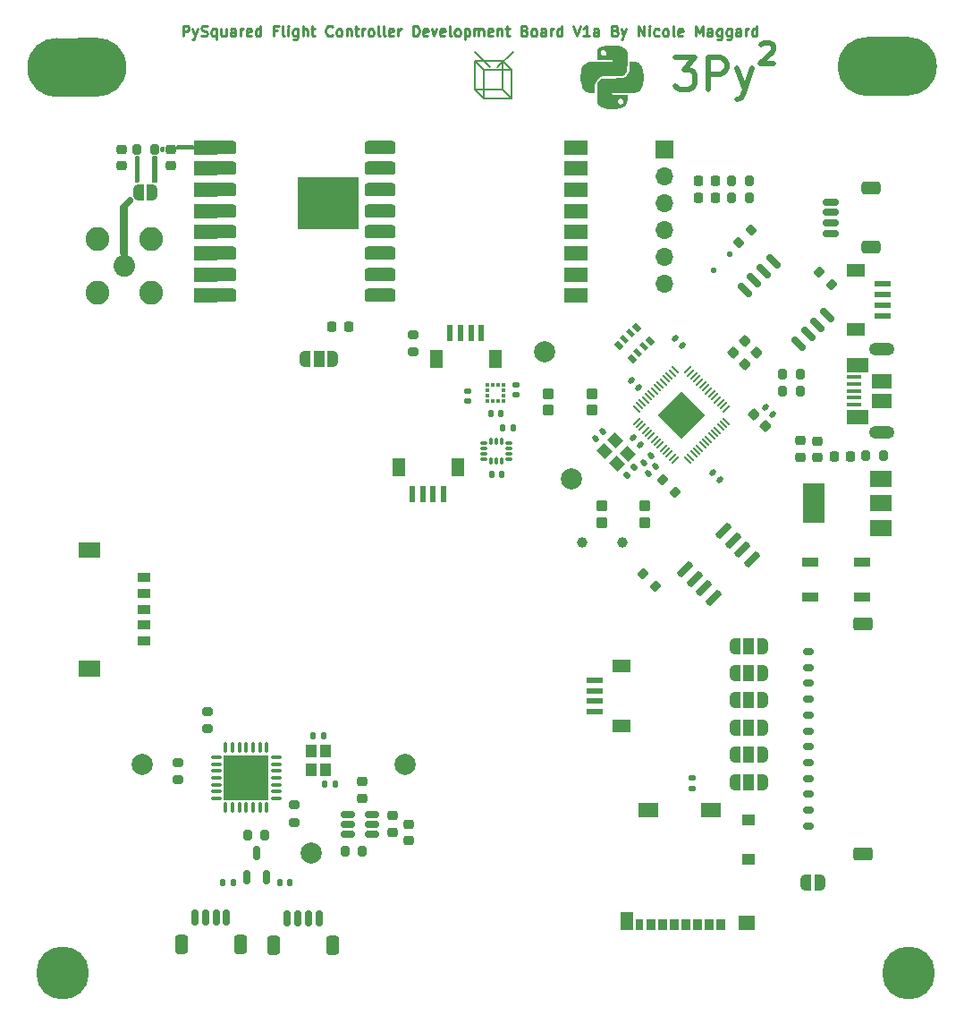
<source format=gbr>
%TF.GenerationSoftware,KiCad,Pcbnew,8.0.2-1*%
%TF.CreationDate,2024-05-29T22:59:52-07:00*%
%TF.ProjectId,flight_computer_dev_board_rfm98pw,666c6967-6874-45f6-936f-6d7075746572,rev?*%
%TF.SameCoordinates,Original*%
%TF.FileFunction,Soldermask,Top*%
%TF.FilePolarity,Negative*%
%FSLAX46Y46*%
G04 Gerber Fmt 4.6, Leading zero omitted, Abs format (unit mm)*
G04 Created by KiCad (PCBNEW 8.0.2-1) date 2024-05-29 22:59:52*
%MOMM*%
%LPD*%
G01*
G04 APERTURE LIST*
G04 Aperture macros list*
%AMRoundRect*
0 Rectangle with rounded corners*
0 $1 Rounding radius*
0 $2 $3 $4 $5 $6 $7 $8 $9 X,Y pos of 4 corners*
0 Add a 4 corners polygon primitive as box body*
4,1,4,$2,$3,$4,$5,$6,$7,$8,$9,$2,$3,0*
0 Add four circle primitives for the rounded corners*
1,1,$1+$1,$2,$3*
1,1,$1+$1,$4,$5*
1,1,$1+$1,$6,$7*
1,1,$1+$1,$8,$9*
0 Add four rect primitives between the rounded corners*
20,1,$1+$1,$2,$3,$4,$5,0*
20,1,$1+$1,$4,$5,$6,$7,0*
20,1,$1+$1,$6,$7,$8,$9,0*
20,1,$1+$1,$8,$9,$2,$3,0*%
%AMRotRect*
0 Rectangle, with rotation*
0 The origin of the aperture is its center*
0 $1 length*
0 $2 width*
0 $3 Rotation angle, in degrees counterclockwise*
0 Add horizontal line*
21,1,$1,$2,0,0,$3*%
%AMFreePoly0*
4,1,19,0.550000,-0.750000,0.000000,-0.750000,0.000000,-0.744911,-0.071157,-0.744911,-0.207708,-0.704816,-0.327430,-0.627875,-0.420627,-0.520320,-0.479746,-0.390866,-0.500000,-0.250000,-0.500000,0.250000,-0.479746,0.390866,-0.420627,0.520320,-0.327430,0.627875,-0.207708,0.704816,-0.071157,0.744911,0.000000,0.744911,0.000000,0.750000,0.550000,0.750000,0.550000,-0.750000,0.550000,-0.750000,
$1*%
%AMFreePoly1*
4,1,19,0.000000,0.744911,0.071157,0.744911,0.207708,0.704816,0.327430,0.627875,0.420627,0.520320,0.479746,0.390866,0.500000,0.250000,0.500000,-0.250000,0.479746,-0.390866,0.420627,-0.520320,0.327430,-0.627875,0.207708,-0.704816,0.071157,-0.744911,0.000000,-0.744911,0.000000,-0.750000,-0.550000,-0.750000,-0.550000,0.750000,0.000000,0.750000,0.000000,0.744911,0.000000,0.744911,
$1*%
%AMFreePoly2*
4,1,19,0.500000,-0.750000,0.000000,-0.750000,0.000000,-0.744911,-0.071157,-0.744911,-0.207708,-0.704816,-0.327430,-0.627875,-0.420627,-0.520320,-0.479746,-0.390866,-0.500000,-0.250000,-0.500000,0.250000,-0.479746,0.390866,-0.420627,0.520320,-0.327430,0.627875,-0.207708,0.704816,-0.071157,0.744911,0.000000,0.744911,0.000000,0.750000,0.500000,0.750000,0.500000,-0.750000,0.500000,-0.750000,
$1*%
%AMFreePoly3*
4,1,19,0.000000,0.744911,0.071157,0.744911,0.207708,0.704816,0.327430,0.627875,0.420627,0.520320,0.479746,0.390866,0.500000,0.250000,0.500000,-0.250000,0.479746,-0.390866,0.420627,-0.520320,0.327430,-0.627875,0.207708,-0.704816,0.071157,-0.744911,0.000000,-0.744911,0.000000,-0.750000,-0.500000,-0.750000,-0.500000,0.750000,0.000000,0.750000,0.000000,0.744911,0.000000,0.744911,
$1*%
G04 Aperture macros list end*
%ADD10C,0.200000*%
%ADD11C,0.150000*%
%ADD12C,0.500000*%
%ADD13C,0.250000*%
%ADD14C,0.000000*%
%ADD15C,0.010000*%
%ADD16FreePoly0,0.000000*%
%ADD17R,1.000000X1.500000*%
%ADD18FreePoly1,0.000000*%
%ADD19RoundRect,0.140000X-0.021213X0.219203X-0.219203X0.021213X0.021213X-0.219203X0.219203X-0.021213X0*%
%ADD20RoundRect,0.225000X0.250000X-0.225000X0.250000X0.225000X-0.250000X0.225000X-0.250000X-0.225000X0*%
%ADD21RoundRect,0.200000X-0.200000X-0.275000X0.200000X-0.275000X0.200000X0.275000X-0.200000X0.275000X0*%
%ADD22RoundRect,0.135000X0.185000X-0.135000X0.185000X0.135000X-0.185000X0.135000X-0.185000X-0.135000X0*%
%ADD23C,2.050000*%
%ADD24C,2.250000*%
%ADD25C,2.000000*%
%ADD26RoundRect,0.225000X-0.250000X0.225000X-0.250000X-0.225000X0.250000X-0.225000X0.250000X0.225000X0*%
%ADD27RoundRect,0.150000X0.150000X0.625000X-0.150000X0.625000X-0.150000X-0.625000X0.150000X-0.625000X0*%
%ADD28RoundRect,0.250000X0.350000X0.650000X-0.350000X0.650000X-0.350000X-0.650000X0.350000X-0.650000X0*%
%ADD29R,2.000000X1.500000*%
%ADD30R,2.000000X3.800000*%
%ADD31R,1.550000X0.600000*%
%ADD32R,1.800000X1.200000*%
%ADD33RoundRect,0.200000X-0.275000X0.200000X-0.275000X-0.200000X0.275000X-0.200000X0.275000X0.200000X0*%
%ADD34RoundRect,0.140000X0.021213X-0.219203X0.219203X-0.021213X-0.021213X0.219203X-0.219203X0.021213X0*%
%ADD35RoundRect,0.218750X0.218750X0.256250X-0.218750X0.256250X-0.218750X-0.256250X0.218750X-0.256250X0*%
%ADD36RotRect,0.800000X0.500000X135.000000*%
%ADD37RotRect,0.800000X0.400000X135.000000*%
%ADD38RoundRect,0.218750X-0.218750X-0.256250X0.218750X-0.256250X0.218750X0.256250X-0.218750X0.256250X0*%
%ADD39RoundRect,0.050800X-0.450000X-0.450000X0.450000X-0.450000X0.450000X0.450000X-0.450000X0.450000X0*%
%ADD40RoundRect,0.140000X-0.140000X-0.170000X0.140000X-0.170000X0.140000X0.170000X-0.140000X0.170000X0*%
%ADD41RoundRect,0.140000X-0.170000X0.140000X-0.170000X-0.140000X0.170000X-0.140000X0.170000X0.140000X0*%
%ADD42RoundRect,0.200000X0.200000X0.275000X-0.200000X0.275000X-0.200000X-0.275000X0.200000X-0.275000X0*%
%ADD43RoundRect,0.225000X0.017678X-0.335876X0.335876X-0.017678X-0.017678X0.335876X-0.335876X0.017678X0*%
%ADD44R,0.600000X1.550000*%
%ADD45R,1.200000X1.800000*%
%ADD46RoundRect,0.135000X-0.035355X0.226274X-0.226274X0.035355X0.035355X-0.226274X0.226274X-0.035355X0*%
%ADD47RotRect,1.150000X1.000000X315.000000*%
%ADD48RoundRect,0.140000X0.219203X0.021213X0.021213X0.219203X-0.219203X-0.021213X-0.021213X-0.219203X0*%
%ADD49RoundRect,0.140000X0.140000X0.170000X-0.140000X0.170000X-0.140000X-0.170000X0.140000X-0.170000X0*%
%ADD50FreePoly2,0.000000*%
%ADD51FreePoly3,0.000000*%
%ADD52R,1.000000X1.150000*%
%ADD53RoundRect,0.150000X-0.512500X-0.150000X0.512500X-0.150000X0.512500X0.150000X-0.512500X0.150000X0*%
%ADD54C,5.000000*%
%ADD55RoundRect,0.150000X0.150000X-0.512500X0.150000X0.512500X-0.150000X0.512500X-0.150000X-0.512500X0*%
%ADD56RoundRect,0.200000X0.335876X0.053033X0.053033X0.335876X-0.335876X-0.053033X-0.053033X-0.335876X0*%
%ADD57RoundRect,0.063500X1.000000X0.650000X-1.000000X0.650000X-1.000000X-0.650000X1.000000X-0.650000X0*%
%ADD58RoundRect,0.063500X2.849999X2.400000X-2.849999X2.400000X-2.849999X-2.400000X2.849999X-2.400000X0*%
%ADD59RoundRect,0.087500X-0.225000X-0.087500X0.225000X-0.087500X0.225000X0.087500X-0.225000X0.087500X0*%
%ADD60RoundRect,0.087500X-0.087500X-0.225000X0.087500X-0.225000X0.087500X0.225000X-0.087500X0.225000X0*%
%ADD61RoundRect,0.225000X-0.335876X-0.017678X-0.017678X-0.335876X0.335876X0.017678X0.017678X0.335876X0*%
%ADD62RoundRect,0.150000X-0.565685X0.353553X0.353553X-0.565685X0.565685X-0.353553X-0.353553X0.565685X0*%
%ADD63RoundRect,0.140000X-0.219203X-0.021213X-0.021213X-0.219203X0.219203X0.021213X0.021213X0.219203X0*%
%ADD64R,1.500000X0.900000*%
%ADD65RoundRect,0.125000X0.000000X-0.176777X0.176777X0.000000X0.000000X0.176777X-0.176777X0.000000X0*%
%ADD66R,0.850000X1.100000*%
%ADD67R,0.750000X1.100000*%
%ADD68R,1.200000X1.000000*%
%ADD69R,1.550000X1.350000*%
%ADD70R,1.900000X1.350000*%
%ADD71R,1.170000X1.800000*%
%ADD72RoundRect,0.150000X0.625000X-0.150000X0.625000X0.150000X-0.625000X0.150000X-0.625000X-0.150000X0*%
%ADD73RoundRect,0.250000X0.650000X-0.350000X0.650000X0.350000X-0.650000X0.350000X-0.650000X-0.350000X0*%
%ADD74RoundRect,0.200000X0.275000X-0.200000X0.275000X0.200000X-0.275000X0.200000X-0.275000X-0.200000X0*%
%ADD75RoundRect,0.050000X-0.309359X0.238649X0.238649X-0.309359X0.309359X-0.238649X-0.238649X0.309359X0*%
%ADD76RoundRect,0.050000X-0.309359X-0.238649X-0.238649X-0.309359X0.309359X0.238649X0.238649X0.309359X0*%
%ADD77RotRect,3.200000X3.200000X315.000000*%
%ADD78RoundRect,0.317500X1.157500X0.317500X-1.157500X0.317500X-1.157500X-0.317500X1.157500X-0.317500X0*%
%ADD79R,0.375000X0.350000*%
%ADD80R,0.350000X0.375000*%
%ADD81RoundRect,0.225000X0.225000X0.250000X-0.225000X0.250000X-0.225000X-0.250000X0.225000X-0.250000X0*%
%ADD82RoundRect,0.075000X-0.437500X-0.075000X0.437500X-0.075000X0.437500X0.075000X-0.437500X0.075000X0*%
%ADD83RoundRect,0.075000X-0.075000X-0.437500X0.075000X-0.437500X0.075000X0.437500X-0.075000X0.437500X0*%
%ADD84R,4.250000X4.250000*%
%ADD85RoundRect,0.150000X0.350000X-0.150000X0.350000X0.150000X-0.350000X0.150000X-0.350000X-0.150000X0*%
%ADD86RoundRect,0.250000X0.650000X-0.375000X0.650000X0.375000X-0.650000X0.375000X-0.650000X-0.375000X0*%
%ADD87RoundRect,0.200000X-0.335876X-0.053033X-0.053033X-0.335876X0.335876X0.053033X0.053033X0.335876X0*%
%ADD88RoundRect,0.150000X0.406586X0.618718X-0.618718X-0.406586X-0.406586X-0.618718X0.618718X0.406586X0*%
%ADD89RoundRect,0.200000X-0.053033X0.335876X-0.335876X0.053033X0.053033X-0.335876X0.335876X-0.053033X0*%
%ADD90R,1.380000X0.450000*%
%ADD91O,2.416000X1.208000*%
%ADD92R,2.100000X1.475000*%
%ADD93R,1.900000X1.375000*%
%ADD94R,1.700000X1.700000*%
%ADD95O,1.700000X1.700000*%
%ADD96C,1.000000*%
G04 APERTURE END LIST*
D10*
X187840000Y-52410000D02*
X186360000Y-50930000D01*
D11*
X153291978Y-52405459D02*
G75*
G02*
X147907162Y-52405459I-2692408J0D01*
G01*
X147907162Y-52405459D02*
G75*
G02*
X153291978Y-52405459I2692408J0D01*
G01*
D10*
X189040000Y-51820000D02*
X186340000Y-51820000D01*
X186340000Y-51820000D02*
X187190000Y-52670000D01*
X186340000Y-54520000D02*
X189040000Y-54520000D01*
X189040000Y-54520000D02*
X189040000Y-51820000D01*
D11*
X146799570Y-55127504D02*
X150599570Y-55134011D01*
D10*
X189040000Y-54520000D02*
X189890000Y-55370000D01*
X186340000Y-54520000D02*
X186340000Y-51820000D01*
D11*
X223543845Y-55035798D02*
X227343845Y-55042305D01*
X149506967Y-52430757D02*
G75*
G02*
X144092173Y-52430757I-2707397J0D01*
G01*
X144092173Y-52430757D02*
G75*
G02*
X149506967Y-52430757I2707397J0D01*
G01*
X230036253Y-52313753D02*
G75*
G02*
X224651437Y-52313753I-2692408J0D01*
G01*
X224651437Y-52313753D02*
G75*
G02*
X230036253Y-52313753I2692408J0D01*
G01*
X227393845Y-49635798D02*
X223593845Y-49642305D01*
X150649570Y-49727504D02*
X146849570Y-49734011D01*
D10*
X189890000Y-55370000D02*
X189890000Y-52670000D01*
X189040000Y-51820000D02*
X189890000Y-52670000D01*
X187190000Y-52670000D02*
X187190000Y-55370000D01*
X187190000Y-55370000D02*
X186340000Y-54520000D01*
X189890000Y-52670000D02*
X187190000Y-52670000D01*
X187190000Y-55370000D02*
X189890000Y-55370000D01*
X188520000Y-52390000D02*
X189990000Y-50920000D01*
D11*
X226251242Y-52339051D02*
G75*
G02*
X220836448Y-52339051I-2707397J0D01*
G01*
X220836448Y-52339051D02*
G75*
G02*
X226251242Y-52339051I2707397J0D01*
G01*
D12*
X213498571Y-50289714D02*
X213593809Y-50194476D01*
X213593809Y-50194476D02*
X213784285Y-50099238D01*
X213784285Y-50099238D02*
X214260476Y-50099238D01*
X214260476Y-50099238D02*
X214450952Y-50194476D01*
X214450952Y-50194476D02*
X214546190Y-50289714D01*
X214546190Y-50289714D02*
X214641428Y-50480190D01*
X214641428Y-50480190D02*
X214641428Y-50670666D01*
X214641428Y-50670666D02*
X214546190Y-50956380D01*
X214546190Y-50956380D02*
X213403333Y-52099238D01*
X213403333Y-52099238D02*
X214641428Y-52099238D01*
X205367143Y-51481857D02*
X207224286Y-51481857D01*
X207224286Y-51481857D02*
X206224286Y-52624714D01*
X206224286Y-52624714D02*
X206652857Y-52624714D01*
X206652857Y-52624714D02*
X206938572Y-52767571D01*
X206938572Y-52767571D02*
X207081429Y-52910428D01*
X207081429Y-52910428D02*
X207224286Y-53196142D01*
X207224286Y-53196142D02*
X207224286Y-53910428D01*
X207224286Y-53910428D02*
X207081429Y-54196142D01*
X207081429Y-54196142D02*
X206938572Y-54339000D01*
X206938572Y-54339000D02*
X206652857Y-54481857D01*
X206652857Y-54481857D02*
X205795714Y-54481857D01*
X205795714Y-54481857D02*
X205510000Y-54339000D01*
X205510000Y-54339000D02*
X205367143Y-54196142D01*
X208510000Y-54481857D02*
X208510000Y-51481857D01*
X208510000Y-51481857D02*
X209652857Y-51481857D01*
X209652857Y-51481857D02*
X209938572Y-51624714D01*
X209938572Y-51624714D02*
X210081429Y-51767571D01*
X210081429Y-51767571D02*
X210224286Y-52053285D01*
X210224286Y-52053285D02*
X210224286Y-52481857D01*
X210224286Y-52481857D02*
X210081429Y-52767571D01*
X210081429Y-52767571D02*
X209938572Y-52910428D01*
X209938572Y-52910428D02*
X209652857Y-53053285D01*
X209652857Y-53053285D02*
X208510000Y-53053285D01*
X211224286Y-52481857D02*
X211938572Y-54481857D01*
X212652857Y-52481857D02*
X211938572Y-54481857D01*
X211938572Y-54481857D02*
X211652857Y-55196142D01*
X211652857Y-55196142D02*
X211510000Y-55339000D01*
X211510000Y-55339000D02*
X211224286Y-55481857D01*
D13*
X158753328Y-49464619D02*
X158753328Y-48464619D01*
X158753328Y-48464619D02*
X159134280Y-48464619D01*
X159134280Y-48464619D02*
X159229518Y-48512238D01*
X159229518Y-48512238D02*
X159277137Y-48559857D01*
X159277137Y-48559857D02*
X159324756Y-48655095D01*
X159324756Y-48655095D02*
X159324756Y-48797952D01*
X159324756Y-48797952D02*
X159277137Y-48893190D01*
X159277137Y-48893190D02*
X159229518Y-48940809D01*
X159229518Y-48940809D02*
X159134280Y-48988428D01*
X159134280Y-48988428D02*
X158753328Y-48988428D01*
X159658090Y-48797952D02*
X159896185Y-49464619D01*
X160134280Y-48797952D02*
X159896185Y-49464619D01*
X159896185Y-49464619D02*
X159800947Y-49702714D01*
X159800947Y-49702714D02*
X159753328Y-49750333D01*
X159753328Y-49750333D02*
X159658090Y-49797952D01*
X160467614Y-49417000D02*
X160610471Y-49464619D01*
X160610471Y-49464619D02*
X160848566Y-49464619D01*
X160848566Y-49464619D02*
X160943804Y-49417000D01*
X160943804Y-49417000D02*
X160991423Y-49369380D01*
X160991423Y-49369380D02*
X161039042Y-49274142D01*
X161039042Y-49274142D02*
X161039042Y-49178904D01*
X161039042Y-49178904D02*
X160991423Y-49083666D01*
X160991423Y-49083666D02*
X160943804Y-49036047D01*
X160943804Y-49036047D02*
X160848566Y-48988428D01*
X160848566Y-48988428D02*
X160658090Y-48940809D01*
X160658090Y-48940809D02*
X160562852Y-48893190D01*
X160562852Y-48893190D02*
X160515233Y-48845571D01*
X160515233Y-48845571D02*
X160467614Y-48750333D01*
X160467614Y-48750333D02*
X160467614Y-48655095D01*
X160467614Y-48655095D02*
X160515233Y-48559857D01*
X160515233Y-48559857D02*
X160562852Y-48512238D01*
X160562852Y-48512238D02*
X160658090Y-48464619D01*
X160658090Y-48464619D02*
X160896185Y-48464619D01*
X160896185Y-48464619D02*
X161039042Y-48512238D01*
X161896185Y-48797952D02*
X161896185Y-49797952D01*
X161896185Y-49417000D02*
X161800947Y-49464619D01*
X161800947Y-49464619D02*
X161610471Y-49464619D01*
X161610471Y-49464619D02*
X161515233Y-49417000D01*
X161515233Y-49417000D02*
X161467614Y-49369380D01*
X161467614Y-49369380D02*
X161419995Y-49274142D01*
X161419995Y-49274142D02*
X161419995Y-48988428D01*
X161419995Y-48988428D02*
X161467614Y-48893190D01*
X161467614Y-48893190D02*
X161515233Y-48845571D01*
X161515233Y-48845571D02*
X161610471Y-48797952D01*
X161610471Y-48797952D02*
X161800947Y-48797952D01*
X161800947Y-48797952D02*
X161896185Y-48845571D01*
X162800947Y-48797952D02*
X162800947Y-49464619D01*
X162372376Y-48797952D02*
X162372376Y-49321761D01*
X162372376Y-49321761D02*
X162419995Y-49417000D01*
X162419995Y-49417000D02*
X162515233Y-49464619D01*
X162515233Y-49464619D02*
X162658090Y-49464619D01*
X162658090Y-49464619D02*
X162753328Y-49417000D01*
X162753328Y-49417000D02*
X162800947Y-49369380D01*
X163705709Y-49464619D02*
X163705709Y-48940809D01*
X163705709Y-48940809D02*
X163658090Y-48845571D01*
X163658090Y-48845571D02*
X163562852Y-48797952D01*
X163562852Y-48797952D02*
X163372376Y-48797952D01*
X163372376Y-48797952D02*
X163277138Y-48845571D01*
X163705709Y-49417000D02*
X163610471Y-49464619D01*
X163610471Y-49464619D02*
X163372376Y-49464619D01*
X163372376Y-49464619D02*
X163277138Y-49417000D01*
X163277138Y-49417000D02*
X163229519Y-49321761D01*
X163229519Y-49321761D02*
X163229519Y-49226523D01*
X163229519Y-49226523D02*
X163277138Y-49131285D01*
X163277138Y-49131285D02*
X163372376Y-49083666D01*
X163372376Y-49083666D02*
X163610471Y-49083666D01*
X163610471Y-49083666D02*
X163705709Y-49036047D01*
X164181900Y-49464619D02*
X164181900Y-48797952D01*
X164181900Y-48988428D02*
X164229519Y-48893190D01*
X164229519Y-48893190D02*
X164277138Y-48845571D01*
X164277138Y-48845571D02*
X164372376Y-48797952D01*
X164372376Y-48797952D02*
X164467614Y-48797952D01*
X165181900Y-49417000D02*
X165086662Y-49464619D01*
X165086662Y-49464619D02*
X164896186Y-49464619D01*
X164896186Y-49464619D02*
X164800948Y-49417000D01*
X164800948Y-49417000D02*
X164753329Y-49321761D01*
X164753329Y-49321761D02*
X164753329Y-48940809D01*
X164753329Y-48940809D02*
X164800948Y-48845571D01*
X164800948Y-48845571D02*
X164896186Y-48797952D01*
X164896186Y-48797952D02*
X165086662Y-48797952D01*
X165086662Y-48797952D02*
X165181900Y-48845571D01*
X165181900Y-48845571D02*
X165229519Y-48940809D01*
X165229519Y-48940809D02*
X165229519Y-49036047D01*
X165229519Y-49036047D02*
X164753329Y-49131285D01*
X166086662Y-49464619D02*
X166086662Y-48464619D01*
X166086662Y-49417000D02*
X165991424Y-49464619D01*
X165991424Y-49464619D02*
X165800948Y-49464619D01*
X165800948Y-49464619D02*
X165705710Y-49417000D01*
X165705710Y-49417000D02*
X165658091Y-49369380D01*
X165658091Y-49369380D02*
X165610472Y-49274142D01*
X165610472Y-49274142D02*
X165610472Y-48988428D01*
X165610472Y-48988428D02*
X165658091Y-48893190D01*
X165658091Y-48893190D02*
X165705710Y-48845571D01*
X165705710Y-48845571D02*
X165800948Y-48797952D01*
X165800948Y-48797952D02*
X165991424Y-48797952D01*
X165991424Y-48797952D02*
X166086662Y-48845571D01*
X167658091Y-48940809D02*
X167324758Y-48940809D01*
X167324758Y-49464619D02*
X167324758Y-48464619D01*
X167324758Y-48464619D02*
X167800948Y-48464619D01*
X168324758Y-49464619D02*
X168229520Y-49417000D01*
X168229520Y-49417000D02*
X168181901Y-49321761D01*
X168181901Y-49321761D02*
X168181901Y-48464619D01*
X168705711Y-49464619D02*
X168705711Y-48797952D01*
X168705711Y-48464619D02*
X168658092Y-48512238D01*
X168658092Y-48512238D02*
X168705711Y-48559857D01*
X168705711Y-48559857D02*
X168753330Y-48512238D01*
X168753330Y-48512238D02*
X168705711Y-48464619D01*
X168705711Y-48464619D02*
X168705711Y-48559857D01*
X169610472Y-48797952D02*
X169610472Y-49607476D01*
X169610472Y-49607476D02*
X169562853Y-49702714D01*
X169562853Y-49702714D02*
X169515234Y-49750333D01*
X169515234Y-49750333D02*
X169419996Y-49797952D01*
X169419996Y-49797952D02*
X169277139Y-49797952D01*
X169277139Y-49797952D02*
X169181901Y-49750333D01*
X169610472Y-49417000D02*
X169515234Y-49464619D01*
X169515234Y-49464619D02*
X169324758Y-49464619D01*
X169324758Y-49464619D02*
X169229520Y-49417000D01*
X169229520Y-49417000D02*
X169181901Y-49369380D01*
X169181901Y-49369380D02*
X169134282Y-49274142D01*
X169134282Y-49274142D02*
X169134282Y-48988428D01*
X169134282Y-48988428D02*
X169181901Y-48893190D01*
X169181901Y-48893190D02*
X169229520Y-48845571D01*
X169229520Y-48845571D02*
X169324758Y-48797952D01*
X169324758Y-48797952D02*
X169515234Y-48797952D01*
X169515234Y-48797952D02*
X169610472Y-48845571D01*
X170086663Y-49464619D02*
X170086663Y-48464619D01*
X170515234Y-49464619D02*
X170515234Y-48940809D01*
X170515234Y-48940809D02*
X170467615Y-48845571D01*
X170467615Y-48845571D02*
X170372377Y-48797952D01*
X170372377Y-48797952D02*
X170229520Y-48797952D01*
X170229520Y-48797952D02*
X170134282Y-48845571D01*
X170134282Y-48845571D02*
X170086663Y-48893190D01*
X170848568Y-48797952D02*
X171229520Y-48797952D01*
X170991425Y-48464619D02*
X170991425Y-49321761D01*
X170991425Y-49321761D02*
X171039044Y-49417000D01*
X171039044Y-49417000D02*
X171134282Y-49464619D01*
X171134282Y-49464619D02*
X171229520Y-49464619D01*
X172896187Y-49369380D02*
X172848568Y-49417000D01*
X172848568Y-49417000D02*
X172705711Y-49464619D01*
X172705711Y-49464619D02*
X172610473Y-49464619D01*
X172610473Y-49464619D02*
X172467616Y-49417000D01*
X172467616Y-49417000D02*
X172372378Y-49321761D01*
X172372378Y-49321761D02*
X172324759Y-49226523D01*
X172324759Y-49226523D02*
X172277140Y-49036047D01*
X172277140Y-49036047D02*
X172277140Y-48893190D01*
X172277140Y-48893190D02*
X172324759Y-48702714D01*
X172324759Y-48702714D02*
X172372378Y-48607476D01*
X172372378Y-48607476D02*
X172467616Y-48512238D01*
X172467616Y-48512238D02*
X172610473Y-48464619D01*
X172610473Y-48464619D02*
X172705711Y-48464619D01*
X172705711Y-48464619D02*
X172848568Y-48512238D01*
X172848568Y-48512238D02*
X172896187Y-48559857D01*
X173467616Y-49464619D02*
X173372378Y-49417000D01*
X173372378Y-49417000D02*
X173324759Y-49369380D01*
X173324759Y-49369380D02*
X173277140Y-49274142D01*
X173277140Y-49274142D02*
X173277140Y-48988428D01*
X173277140Y-48988428D02*
X173324759Y-48893190D01*
X173324759Y-48893190D02*
X173372378Y-48845571D01*
X173372378Y-48845571D02*
X173467616Y-48797952D01*
X173467616Y-48797952D02*
X173610473Y-48797952D01*
X173610473Y-48797952D02*
X173705711Y-48845571D01*
X173705711Y-48845571D02*
X173753330Y-48893190D01*
X173753330Y-48893190D02*
X173800949Y-48988428D01*
X173800949Y-48988428D02*
X173800949Y-49274142D01*
X173800949Y-49274142D02*
X173753330Y-49369380D01*
X173753330Y-49369380D02*
X173705711Y-49417000D01*
X173705711Y-49417000D02*
X173610473Y-49464619D01*
X173610473Y-49464619D02*
X173467616Y-49464619D01*
X174229521Y-48797952D02*
X174229521Y-49464619D01*
X174229521Y-48893190D02*
X174277140Y-48845571D01*
X174277140Y-48845571D02*
X174372378Y-48797952D01*
X174372378Y-48797952D02*
X174515235Y-48797952D01*
X174515235Y-48797952D02*
X174610473Y-48845571D01*
X174610473Y-48845571D02*
X174658092Y-48940809D01*
X174658092Y-48940809D02*
X174658092Y-49464619D01*
X174991426Y-48797952D02*
X175372378Y-48797952D01*
X175134283Y-48464619D02*
X175134283Y-49321761D01*
X175134283Y-49321761D02*
X175181902Y-49417000D01*
X175181902Y-49417000D02*
X175277140Y-49464619D01*
X175277140Y-49464619D02*
X175372378Y-49464619D01*
X175705712Y-49464619D02*
X175705712Y-48797952D01*
X175705712Y-48988428D02*
X175753331Y-48893190D01*
X175753331Y-48893190D02*
X175800950Y-48845571D01*
X175800950Y-48845571D02*
X175896188Y-48797952D01*
X175896188Y-48797952D02*
X175991426Y-48797952D01*
X176467617Y-49464619D02*
X176372379Y-49417000D01*
X176372379Y-49417000D02*
X176324760Y-49369380D01*
X176324760Y-49369380D02*
X176277141Y-49274142D01*
X176277141Y-49274142D02*
X176277141Y-48988428D01*
X176277141Y-48988428D02*
X176324760Y-48893190D01*
X176324760Y-48893190D02*
X176372379Y-48845571D01*
X176372379Y-48845571D02*
X176467617Y-48797952D01*
X176467617Y-48797952D02*
X176610474Y-48797952D01*
X176610474Y-48797952D02*
X176705712Y-48845571D01*
X176705712Y-48845571D02*
X176753331Y-48893190D01*
X176753331Y-48893190D02*
X176800950Y-48988428D01*
X176800950Y-48988428D02*
X176800950Y-49274142D01*
X176800950Y-49274142D02*
X176753331Y-49369380D01*
X176753331Y-49369380D02*
X176705712Y-49417000D01*
X176705712Y-49417000D02*
X176610474Y-49464619D01*
X176610474Y-49464619D02*
X176467617Y-49464619D01*
X177372379Y-49464619D02*
X177277141Y-49417000D01*
X177277141Y-49417000D02*
X177229522Y-49321761D01*
X177229522Y-49321761D02*
X177229522Y-48464619D01*
X177896189Y-49464619D02*
X177800951Y-49417000D01*
X177800951Y-49417000D02*
X177753332Y-49321761D01*
X177753332Y-49321761D02*
X177753332Y-48464619D01*
X178658094Y-49417000D02*
X178562856Y-49464619D01*
X178562856Y-49464619D02*
X178372380Y-49464619D01*
X178372380Y-49464619D02*
X178277142Y-49417000D01*
X178277142Y-49417000D02*
X178229523Y-49321761D01*
X178229523Y-49321761D02*
X178229523Y-48940809D01*
X178229523Y-48940809D02*
X178277142Y-48845571D01*
X178277142Y-48845571D02*
X178372380Y-48797952D01*
X178372380Y-48797952D02*
X178562856Y-48797952D01*
X178562856Y-48797952D02*
X178658094Y-48845571D01*
X178658094Y-48845571D02*
X178705713Y-48940809D01*
X178705713Y-48940809D02*
X178705713Y-49036047D01*
X178705713Y-49036047D02*
X178229523Y-49131285D01*
X179134285Y-49464619D02*
X179134285Y-48797952D01*
X179134285Y-48988428D02*
X179181904Y-48893190D01*
X179181904Y-48893190D02*
X179229523Y-48845571D01*
X179229523Y-48845571D02*
X179324761Y-48797952D01*
X179324761Y-48797952D02*
X179419999Y-48797952D01*
X180515238Y-49464619D02*
X180515238Y-48464619D01*
X180515238Y-48464619D02*
X180753333Y-48464619D01*
X180753333Y-48464619D02*
X180896190Y-48512238D01*
X180896190Y-48512238D02*
X180991428Y-48607476D01*
X180991428Y-48607476D02*
X181039047Y-48702714D01*
X181039047Y-48702714D02*
X181086666Y-48893190D01*
X181086666Y-48893190D02*
X181086666Y-49036047D01*
X181086666Y-49036047D02*
X181039047Y-49226523D01*
X181039047Y-49226523D02*
X180991428Y-49321761D01*
X180991428Y-49321761D02*
X180896190Y-49417000D01*
X180896190Y-49417000D02*
X180753333Y-49464619D01*
X180753333Y-49464619D02*
X180515238Y-49464619D01*
X181896190Y-49417000D02*
X181800952Y-49464619D01*
X181800952Y-49464619D02*
X181610476Y-49464619D01*
X181610476Y-49464619D02*
X181515238Y-49417000D01*
X181515238Y-49417000D02*
X181467619Y-49321761D01*
X181467619Y-49321761D02*
X181467619Y-48940809D01*
X181467619Y-48940809D02*
X181515238Y-48845571D01*
X181515238Y-48845571D02*
X181610476Y-48797952D01*
X181610476Y-48797952D02*
X181800952Y-48797952D01*
X181800952Y-48797952D02*
X181896190Y-48845571D01*
X181896190Y-48845571D02*
X181943809Y-48940809D01*
X181943809Y-48940809D02*
X181943809Y-49036047D01*
X181943809Y-49036047D02*
X181467619Y-49131285D01*
X182277143Y-48797952D02*
X182515238Y-49464619D01*
X182515238Y-49464619D02*
X182753333Y-48797952D01*
X183515238Y-49417000D02*
X183420000Y-49464619D01*
X183420000Y-49464619D02*
X183229524Y-49464619D01*
X183229524Y-49464619D02*
X183134286Y-49417000D01*
X183134286Y-49417000D02*
X183086667Y-49321761D01*
X183086667Y-49321761D02*
X183086667Y-48940809D01*
X183086667Y-48940809D02*
X183134286Y-48845571D01*
X183134286Y-48845571D02*
X183229524Y-48797952D01*
X183229524Y-48797952D02*
X183420000Y-48797952D01*
X183420000Y-48797952D02*
X183515238Y-48845571D01*
X183515238Y-48845571D02*
X183562857Y-48940809D01*
X183562857Y-48940809D02*
X183562857Y-49036047D01*
X183562857Y-49036047D02*
X183086667Y-49131285D01*
X184134286Y-49464619D02*
X184039048Y-49417000D01*
X184039048Y-49417000D02*
X183991429Y-49321761D01*
X183991429Y-49321761D02*
X183991429Y-48464619D01*
X184658096Y-49464619D02*
X184562858Y-49417000D01*
X184562858Y-49417000D02*
X184515239Y-49369380D01*
X184515239Y-49369380D02*
X184467620Y-49274142D01*
X184467620Y-49274142D02*
X184467620Y-48988428D01*
X184467620Y-48988428D02*
X184515239Y-48893190D01*
X184515239Y-48893190D02*
X184562858Y-48845571D01*
X184562858Y-48845571D02*
X184658096Y-48797952D01*
X184658096Y-48797952D02*
X184800953Y-48797952D01*
X184800953Y-48797952D02*
X184896191Y-48845571D01*
X184896191Y-48845571D02*
X184943810Y-48893190D01*
X184943810Y-48893190D02*
X184991429Y-48988428D01*
X184991429Y-48988428D02*
X184991429Y-49274142D01*
X184991429Y-49274142D02*
X184943810Y-49369380D01*
X184943810Y-49369380D02*
X184896191Y-49417000D01*
X184896191Y-49417000D02*
X184800953Y-49464619D01*
X184800953Y-49464619D02*
X184658096Y-49464619D01*
X185420001Y-48797952D02*
X185420001Y-49797952D01*
X185420001Y-48845571D02*
X185515239Y-48797952D01*
X185515239Y-48797952D02*
X185705715Y-48797952D01*
X185705715Y-48797952D02*
X185800953Y-48845571D01*
X185800953Y-48845571D02*
X185848572Y-48893190D01*
X185848572Y-48893190D02*
X185896191Y-48988428D01*
X185896191Y-48988428D02*
X185896191Y-49274142D01*
X185896191Y-49274142D02*
X185848572Y-49369380D01*
X185848572Y-49369380D02*
X185800953Y-49417000D01*
X185800953Y-49417000D02*
X185705715Y-49464619D01*
X185705715Y-49464619D02*
X185515239Y-49464619D01*
X185515239Y-49464619D02*
X185420001Y-49417000D01*
X186324763Y-49464619D02*
X186324763Y-48797952D01*
X186324763Y-48893190D02*
X186372382Y-48845571D01*
X186372382Y-48845571D02*
X186467620Y-48797952D01*
X186467620Y-48797952D02*
X186610477Y-48797952D01*
X186610477Y-48797952D02*
X186705715Y-48845571D01*
X186705715Y-48845571D02*
X186753334Y-48940809D01*
X186753334Y-48940809D02*
X186753334Y-49464619D01*
X186753334Y-48940809D02*
X186800953Y-48845571D01*
X186800953Y-48845571D02*
X186896191Y-48797952D01*
X186896191Y-48797952D02*
X187039048Y-48797952D01*
X187039048Y-48797952D02*
X187134287Y-48845571D01*
X187134287Y-48845571D02*
X187181906Y-48940809D01*
X187181906Y-48940809D02*
X187181906Y-49464619D01*
X188039048Y-49417000D02*
X187943810Y-49464619D01*
X187943810Y-49464619D02*
X187753334Y-49464619D01*
X187753334Y-49464619D02*
X187658096Y-49417000D01*
X187658096Y-49417000D02*
X187610477Y-49321761D01*
X187610477Y-49321761D02*
X187610477Y-48940809D01*
X187610477Y-48940809D02*
X187658096Y-48845571D01*
X187658096Y-48845571D02*
X187753334Y-48797952D01*
X187753334Y-48797952D02*
X187943810Y-48797952D01*
X187943810Y-48797952D02*
X188039048Y-48845571D01*
X188039048Y-48845571D02*
X188086667Y-48940809D01*
X188086667Y-48940809D02*
X188086667Y-49036047D01*
X188086667Y-49036047D02*
X187610477Y-49131285D01*
X188515239Y-48797952D02*
X188515239Y-49464619D01*
X188515239Y-48893190D02*
X188562858Y-48845571D01*
X188562858Y-48845571D02*
X188658096Y-48797952D01*
X188658096Y-48797952D02*
X188800953Y-48797952D01*
X188800953Y-48797952D02*
X188896191Y-48845571D01*
X188896191Y-48845571D02*
X188943810Y-48940809D01*
X188943810Y-48940809D02*
X188943810Y-49464619D01*
X189277144Y-48797952D02*
X189658096Y-48797952D01*
X189420001Y-48464619D02*
X189420001Y-49321761D01*
X189420001Y-49321761D02*
X189467620Y-49417000D01*
X189467620Y-49417000D02*
X189562858Y-49464619D01*
X189562858Y-49464619D02*
X189658096Y-49464619D01*
X191086668Y-48940809D02*
X191229525Y-48988428D01*
X191229525Y-48988428D02*
X191277144Y-49036047D01*
X191277144Y-49036047D02*
X191324763Y-49131285D01*
X191324763Y-49131285D02*
X191324763Y-49274142D01*
X191324763Y-49274142D02*
X191277144Y-49369380D01*
X191277144Y-49369380D02*
X191229525Y-49417000D01*
X191229525Y-49417000D02*
X191134287Y-49464619D01*
X191134287Y-49464619D02*
X190753335Y-49464619D01*
X190753335Y-49464619D02*
X190753335Y-48464619D01*
X190753335Y-48464619D02*
X191086668Y-48464619D01*
X191086668Y-48464619D02*
X191181906Y-48512238D01*
X191181906Y-48512238D02*
X191229525Y-48559857D01*
X191229525Y-48559857D02*
X191277144Y-48655095D01*
X191277144Y-48655095D02*
X191277144Y-48750333D01*
X191277144Y-48750333D02*
X191229525Y-48845571D01*
X191229525Y-48845571D02*
X191181906Y-48893190D01*
X191181906Y-48893190D02*
X191086668Y-48940809D01*
X191086668Y-48940809D02*
X190753335Y-48940809D01*
X191896192Y-49464619D02*
X191800954Y-49417000D01*
X191800954Y-49417000D02*
X191753335Y-49369380D01*
X191753335Y-49369380D02*
X191705716Y-49274142D01*
X191705716Y-49274142D02*
X191705716Y-48988428D01*
X191705716Y-48988428D02*
X191753335Y-48893190D01*
X191753335Y-48893190D02*
X191800954Y-48845571D01*
X191800954Y-48845571D02*
X191896192Y-48797952D01*
X191896192Y-48797952D02*
X192039049Y-48797952D01*
X192039049Y-48797952D02*
X192134287Y-48845571D01*
X192134287Y-48845571D02*
X192181906Y-48893190D01*
X192181906Y-48893190D02*
X192229525Y-48988428D01*
X192229525Y-48988428D02*
X192229525Y-49274142D01*
X192229525Y-49274142D02*
X192181906Y-49369380D01*
X192181906Y-49369380D02*
X192134287Y-49417000D01*
X192134287Y-49417000D02*
X192039049Y-49464619D01*
X192039049Y-49464619D02*
X191896192Y-49464619D01*
X193086668Y-49464619D02*
X193086668Y-48940809D01*
X193086668Y-48940809D02*
X193039049Y-48845571D01*
X193039049Y-48845571D02*
X192943811Y-48797952D01*
X192943811Y-48797952D02*
X192753335Y-48797952D01*
X192753335Y-48797952D02*
X192658097Y-48845571D01*
X193086668Y-49417000D02*
X192991430Y-49464619D01*
X192991430Y-49464619D02*
X192753335Y-49464619D01*
X192753335Y-49464619D02*
X192658097Y-49417000D01*
X192658097Y-49417000D02*
X192610478Y-49321761D01*
X192610478Y-49321761D02*
X192610478Y-49226523D01*
X192610478Y-49226523D02*
X192658097Y-49131285D01*
X192658097Y-49131285D02*
X192753335Y-49083666D01*
X192753335Y-49083666D02*
X192991430Y-49083666D01*
X192991430Y-49083666D02*
X193086668Y-49036047D01*
X193562859Y-49464619D02*
X193562859Y-48797952D01*
X193562859Y-48988428D02*
X193610478Y-48893190D01*
X193610478Y-48893190D02*
X193658097Y-48845571D01*
X193658097Y-48845571D02*
X193753335Y-48797952D01*
X193753335Y-48797952D02*
X193848573Y-48797952D01*
X194610478Y-49464619D02*
X194610478Y-48464619D01*
X194610478Y-49417000D02*
X194515240Y-49464619D01*
X194515240Y-49464619D02*
X194324764Y-49464619D01*
X194324764Y-49464619D02*
X194229526Y-49417000D01*
X194229526Y-49417000D02*
X194181907Y-49369380D01*
X194181907Y-49369380D02*
X194134288Y-49274142D01*
X194134288Y-49274142D02*
X194134288Y-48988428D01*
X194134288Y-48988428D02*
X194181907Y-48893190D01*
X194181907Y-48893190D02*
X194229526Y-48845571D01*
X194229526Y-48845571D02*
X194324764Y-48797952D01*
X194324764Y-48797952D02*
X194515240Y-48797952D01*
X194515240Y-48797952D02*
X194610478Y-48845571D01*
X195705717Y-48464619D02*
X196039050Y-49464619D01*
X196039050Y-49464619D02*
X196372383Y-48464619D01*
X197229526Y-49464619D02*
X196658098Y-49464619D01*
X196943812Y-49464619D02*
X196943812Y-48464619D01*
X196943812Y-48464619D02*
X196848574Y-48607476D01*
X196848574Y-48607476D02*
X196753336Y-48702714D01*
X196753336Y-48702714D02*
X196658098Y-48750333D01*
X198086669Y-49464619D02*
X198086669Y-48940809D01*
X198086669Y-48940809D02*
X198039050Y-48845571D01*
X198039050Y-48845571D02*
X197943812Y-48797952D01*
X197943812Y-48797952D02*
X197753336Y-48797952D01*
X197753336Y-48797952D02*
X197658098Y-48845571D01*
X198086669Y-49417000D02*
X197991431Y-49464619D01*
X197991431Y-49464619D02*
X197753336Y-49464619D01*
X197753336Y-49464619D02*
X197658098Y-49417000D01*
X197658098Y-49417000D02*
X197610479Y-49321761D01*
X197610479Y-49321761D02*
X197610479Y-49226523D01*
X197610479Y-49226523D02*
X197658098Y-49131285D01*
X197658098Y-49131285D02*
X197753336Y-49083666D01*
X197753336Y-49083666D02*
X197991431Y-49083666D01*
X197991431Y-49083666D02*
X198086669Y-49036047D01*
X199658098Y-48940809D02*
X199800955Y-48988428D01*
X199800955Y-48988428D02*
X199848574Y-49036047D01*
X199848574Y-49036047D02*
X199896193Y-49131285D01*
X199896193Y-49131285D02*
X199896193Y-49274142D01*
X199896193Y-49274142D02*
X199848574Y-49369380D01*
X199848574Y-49369380D02*
X199800955Y-49417000D01*
X199800955Y-49417000D02*
X199705717Y-49464619D01*
X199705717Y-49464619D02*
X199324765Y-49464619D01*
X199324765Y-49464619D02*
X199324765Y-48464619D01*
X199324765Y-48464619D02*
X199658098Y-48464619D01*
X199658098Y-48464619D02*
X199753336Y-48512238D01*
X199753336Y-48512238D02*
X199800955Y-48559857D01*
X199800955Y-48559857D02*
X199848574Y-48655095D01*
X199848574Y-48655095D02*
X199848574Y-48750333D01*
X199848574Y-48750333D02*
X199800955Y-48845571D01*
X199800955Y-48845571D02*
X199753336Y-48893190D01*
X199753336Y-48893190D02*
X199658098Y-48940809D01*
X199658098Y-48940809D02*
X199324765Y-48940809D01*
X200229527Y-48797952D02*
X200467622Y-49464619D01*
X200705717Y-48797952D02*
X200467622Y-49464619D01*
X200467622Y-49464619D02*
X200372384Y-49702714D01*
X200372384Y-49702714D02*
X200324765Y-49750333D01*
X200324765Y-49750333D02*
X200229527Y-49797952D01*
X201848575Y-49464619D02*
X201848575Y-48464619D01*
X201848575Y-48464619D02*
X202420003Y-49464619D01*
X202420003Y-49464619D02*
X202420003Y-48464619D01*
X202896194Y-49464619D02*
X202896194Y-48797952D01*
X202896194Y-48464619D02*
X202848575Y-48512238D01*
X202848575Y-48512238D02*
X202896194Y-48559857D01*
X202896194Y-48559857D02*
X202943813Y-48512238D01*
X202943813Y-48512238D02*
X202896194Y-48464619D01*
X202896194Y-48464619D02*
X202896194Y-48559857D01*
X203800955Y-49417000D02*
X203705717Y-49464619D01*
X203705717Y-49464619D02*
X203515241Y-49464619D01*
X203515241Y-49464619D02*
X203420003Y-49417000D01*
X203420003Y-49417000D02*
X203372384Y-49369380D01*
X203372384Y-49369380D02*
X203324765Y-49274142D01*
X203324765Y-49274142D02*
X203324765Y-48988428D01*
X203324765Y-48988428D02*
X203372384Y-48893190D01*
X203372384Y-48893190D02*
X203420003Y-48845571D01*
X203420003Y-48845571D02*
X203515241Y-48797952D01*
X203515241Y-48797952D02*
X203705717Y-48797952D01*
X203705717Y-48797952D02*
X203800955Y-48845571D01*
X204372384Y-49464619D02*
X204277146Y-49417000D01*
X204277146Y-49417000D02*
X204229527Y-49369380D01*
X204229527Y-49369380D02*
X204181908Y-49274142D01*
X204181908Y-49274142D02*
X204181908Y-48988428D01*
X204181908Y-48988428D02*
X204229527Y-48893190D01*
X204229527Y-48893190D02*
X204277146Y-48845571D01*
X204277146Y-48845571D02*
X204372384Y-48797952D01*
X204372384Y-48797952D02*
X204515241Y-48797952D01*
X204515241Y-48797952D02*
X204610479Y-48845571D01*
X204610479Y-48845571D02*
X204658098Y-48893190D01*
X204658098Y-48893190D02*
X204705717Y-48988428D01*
X204705717Y-48988428D02*
X204705717Y-49274142D01*
X204705717Y-49274142D02*
X204658098Y-49369380D01*
X204658098Y-49369380D02*
X204610479Y-49417000D01*
X204610479Y-49417000D02*
X204515241Y-49464619D01*
X204515241Y-49464619D02*
X204372384Y-49464619D01*
X205277146Y-49464619D02*
X205181908Y-49417000D01*
X205181908Y-49417000D02*
X205134289Y-49321761D01*
X205134289Y-49321761D02*
X205134289Y-48464619D01*
X206039051Y-49417000D02*
X205943813Y-49464619D01*
X205943813Y-49464619D02*
X205753337Y-49464619D01*
X205753337Y-49464619D02*
X205658099Y-49417000D01*
X205658099Y-49417000D02*
X205610480Y-49321761D01*
X205610480Y-49321761D02*
X205610480Y-48940809D01*
X205610480Y-48940809D02*
X205658099Y-48845571D01*
X205658099Y-48845571D02*
X205753337Y-48797952D01*
X205753337Y-48797952D02*
X205943813Y-48797952D01*
X205943813Y-48797952D02*
X206039051Y-48845571D01*
X206039051Y-48845571D02*
X206086670Y-48940809D01*
X206086670Y-48940809D02*
X206086670Y-49036047D01*
X206086670Y-49036047D02*
X205610480Y-49131285D01*
X207277147Y-49464619D02*
X207277147Y-48464619D01*
X207277147Y-48464619D02*
X207610480Y-49178904D01*
X207610480Y-49178904D02*
X207943813Y-48464619D01*
X207943813Y-48464619D02*
X207943813Y-49464619D01*
X208848575Y-49464619D02*
X208848575Y-48940809D01*
X208848575Y-48940809D02*
X208800956Y-48845571D01*
X208800956Y-48845571D02*
X208705718Y-48797952D01*
X208705718Y-48797952D02*
X208515242Y-48797952D01*
X208515242Y-48797952D02*
X208420004Y-48845571D01*
X208848575Y-49417000D02*
X208753337Y-49464619D01*
X208753337Y-49464619D02*
X208515242Y-49464619D01*
X208515242Y-49464619D02*
X208420004Y-49417000D01*
X208420004Y-49417000D02*
X208372385Y-49321761D01*
X208372385Y-49321761D02*
X208372385Y-49226523D01*
X208372385Y-49226523D02*
X208420004Y-49131285D01*
X208420004Y-49131285D02*
X208515242Y-49083666D01*
X208515242Y-49083666D02*
X208753337Y-49083666D01*
X208753337Y-49083666D02*
X208848575Y-49036047D01*
X209753337Y-48797952D02*
X209753337Y-49607476D01*
X209753337Y-49607476D02*
X209705718Y-49702714D01*
X209705718Y-49702714D02*
X209658099Y-49750333D01*
X209658099Y-49750333D02*
X209562861Y-49797952D01*
X209562861Y-49797952D02*
X209420004Y-49797952D01*
X209420004Y-49797952D02*
X209324766Y-49750333D01*
X209753337Y-49417000D02*
X209658099Y-49464619D01*
X209658099Y-49464619D02*
X209467623Y-49464619D01*
X209467623Y-49464619D02*
X209372385Y-49417000D01*
X209372385Y-49417000D02*
X209324766Y-49369380D01*
X209324766Y-49369380D02*
X209277147Y-49274142D01*
X209277147Y-49274142D02*
X209277147Y-48988428D01*
X209277147Y-48988428D02*
X209324766Y-48893190D01*
X209324766Y-48893190D02*
X209372385Y-48845571D01*
X209372385Y-48845571D02*
X209467623Y-48797952D01*
X209467623Y-48797952D02*
X209658099Y-48797952D01*
X209658099Y-48797952D02*
X209753337Y-48845571D01*
X210658099Y-48797952D02*
X210658099Y-49607476D01*
X210658099Y-49607476D02*
X210610480Y-49702714D01*
X210610480Y-49702714D02*
X210562861Y-49750333D01*
X210562861Y-49750333D02*
X210467623Y-49797952D01*
X210467623Y-49797952D02*
X210324766Y-49797952D01*
X210324766Y-49797952D02*
X210229528Y-49750333D01*
X210658099Y-49417000D02*
X210562861Y-49464619D01*
X210562861Y-49464619D02*
X210372385Y-49464619D01*
X210372385Y-49464619D02*
X210277147Y-49417000D01*
X210277147Y-49417000D02*
X210229528Y-49369380D01*
X210229528Y-49369380D02*
X210181909Y-49274142D01*
X210181909Y-49274142D02*
X210181909Y-48988428D01*
X210181909Y-48988428D02*
X210229528Y-48893190D01*
X210229528Y-48893190D02*
X210277147Y-48845571D01*
X210277147Y-48845571D02*
X210372385Y-48797952D01*
X210372385Y-48797952D02*
X210562861Y-48797952D01*
X210562861Y-48797952D02*
X210658099Y-48845571D01*
X211562861Y-49464619D02*
X211562861Y-48940809D01*
X211562861Y-48940809D02*
X211515242Y-48845571D01*
X211515242Y-48845571D02*
X211420004Y-48797952D01*
X211420004Y-48797952D02*
X211229528Y-48797952D01*
X211229528Y-48797952D02*
X211134290Y-48845571D01*
X211562861Y-49417000D02*
X211467623Y-49464619D01*
X211467623Y-49464619D02*
X211229528Y-49464619D01*
X211229528Y-49464619D02*
X211134290Y-49417000D01*
X211134290Y-49417000D02*
X211086671Y-49321761D01*
X211086671Y-49321761D02*
X211086671Y-49226523D01*
X211086671Y-49226523D02*
X211134290Y-49131285D01*
X211134290Y-49131285D02*
X211229528Y-49083666D01*
X211229528Y-49083666D02*
X211467623Y-49083666D01*
X211467623Y-49083666D02*
X211562861Y-49036047D01*
X212039052Y-49464619D02*
X212039052Y-48797952D01*
X212039052Y-48988428D02*
X212086671Y-48893190D01*
X212086671Y-48893190D02*
X212134290Y-48845571D01*
X212134290Y-48845571D02*
X212229528Y-48797952D01*
X212229528Y-48797952D02*
X212324766Y-48797952D01*
X213086671Y-49464619D02*
X213086671Y-48464619D01*
X213086671Y-49417000D02*
X212991433Y-49464619D01*
X212991433Y-49464619D02*
X212800957Y-49464619D01*
X212800957Y-49464619D02*
X212705719Y-49417000D01*
X212705719Y-49417000D02*
X212658100Y-49369380D01*
X212658100Y-49369380D02*
X212610481Y-49274142D01*
X212610481Y-49274142D02*
X212610481Y-48988428D01*
X212610481Y-48988428D02*
X212658100Y-48893190D01*
X212658100Y-48893190D02*
X212705719Y-48845571D01*
X212705719Y-48845571D02*
X212800957Y-48797952D01*
X212800957Y-48797952D02*
X212991433Y-48797952D01*
X212991433Y-48797952D02*
X213086671Y-48845571D01*
D14*
%TO.C,G\u002A\u002A\u002A*%
G36*
X199620334Y-50355565D02*
G01*
X199828168Y-50366891D01*
X200003889Y-50386690D01*
X200153499Y-50415801D01*
X200283002Y-50455060D01*
X200367669Y-50490315D01*
X200521673Y-50583331D01*
X200652262Y-50704203D01*
X200749839Y-50843813D01*
X200759384Y-50862427D01*
X200814015Y-50973444D01*
X200814015Y-51843919D01*
X200813941Y-52064303D01*
X200813565Y-52244691D01*
X200812655Y-52389729D01*
X200810981Y-52504060D01*
X200808310Y-52592329D01*
X200804410Y-52659181D01*
X200799051Y-52709259D01*
X200792001Y-52747209D01*
X200783028Y-52777674D01*
X200771901Y-52805300D01*
X200765374Y-52819681D01*
X200694072Y-52937753D01*
X200596415Y-53050432D01*
X200485612Y-53144255D01*
X200394708Y-53197450D01*
X200364950Y-53210463D01*
X200335662Y-53221195D01*
X200302299Y-53229925D01*
X200260311Y-53236936D01*
X200205151Y-53242508D01*
X200132272Y-53246923D01*
X200037124Y-53250461D01*
X199915161Y-53253405D01*
X199761835Y-53256035D01*
X199572597Y-53258632D01*
X199363224Y-53261230D01*
X198448109Y-53272390D01*
X198296919Y-53344006D01*
X198169903Y-53418755D01*
X198047139Y-53516928D01*
X197941122Y-53627009D01*
X197864344Y-53737482D01*
X197858969Y-53747688D01*
X197817011Y-53840902D01*
X197786124Y-53938344D01*
X197764912Y-54048737D01*
X197751981Y-54180804D01*
X197745936Y-54343266D01*
X197745034Y-54460032D01*
X197745034Y-54823620D01*
X197438136Y-54822127D01*
X197298879Y-54819165D01*
X197178414Y-54812166D01*
X197086037Y-54801832D01*
X197039644Y-54791966D01*
X196894540Y-54727350D01*
X196769404Y-54629565D01*
X196662942Y-54496684D01*
X196573863Y-54326777D01*
X196500873Y-54117915D01*
X196451815Y-53914728D01*
X196402593Y-53581746D01*
X196393612Y-53257385D01*
X196425110Y-52932391D01*
X196484634Y-52645814D01*
X196557431Y-52436491D01*
X196660560Y-52257242D01*
X196792418Y-52110153D01*
X196951402Y-51997310D01*
X197003611Y-51970697D01*
X197131238Y-51910879D01*
X199385544Y-51888559D01*
X199385544Y-51710000D01*
X198663993Y-51704108D01*
X197942443Y-51698217D01*
X197949758Y-51280031D01*
X197952740Y-51131132D01*
X197953873Y-51095760D01*
X198300776Y-51095760D01*
X198316177Y-51160561D01*
X198354071Y-51220168D01*
X198362590Y-51230520D01*
X198442115Y-51304752D01*
X198524419Y-51336718D01*
X198617558Y-51328481D01*
X198671536Y-51309585D01*
X198736159Y-51267705D01*
X198790055Y-51208966D01*
X198793495Y-51203566D01*
X198832517Y-51104535D01*
X198833434Y-51008842D01*
X198802407Y-50922723D01*
X198745597Y-50852410D01*
X198669164Y-50804140D01*
X198579270Y-50784147D01*
X198482076Y-50798665D01*
X198421634Y-50827254D01*
X198347954Y-50887129D01*
X198310638Y-50959706D01*
X198302832Y-51006924D01*
X198300776Y-51095760D01*
X197953873Y-51095760D01*
X197956323Y-51019225D01*
X197961376Y-50936661D01*
X197968771Y-50875793D01*
X197979379Y-50828973D01*
X197994070Y-50788553D01*
X198009499Y-50755380D01*
X198083318Y-50648984D01*
X198192344Y-50559402D01*
X198337692Y-50486304D01*
X198520473Y-50429362D01*
X198741803Y-50388245D01*
X199002793Y-50362626D01*
X199304559Y-50352175D01*
X199374384Y-50351877D01*
X199620334Y-50355565D01*
G37*
G36*
X201356598Y-51900698D02*
G01*
X201514172Y-51902570D01*
X201635501Y-51908311D01*
X201728926Y-51919610D01*
X201802789Y-51938157D01*
X201865431Y-51965640D01*
X201925193Y-52003747D01*
X201947533Y-52020334D01*
X202042519Y-52116913D01*
X202129157Y-52253238D01*
X202205948Y-52424941D01*
X202271390Y-52627657D01*
X202323985Y-52857020D01*
X202362232Y-53108663D01*
X202378030Y-53273279D01*
X202380772Y-53473291D01*
X202361680Y-53684060D01*
X202323210Y-53897086D01*
X202267821Y-54103874D01*
X202197971Y-54295926D01*
X202116117Y-54464743D01*
X202024718Y-54601829D01*
X201978908Y-54653135D01*
X201942568Y-54688956D01*
X201908347Y-54719372D01*
X201872428Y-54744824D01*
X201830995Y-54765754D01*
X201780231Y-54782605D01*
X201716319Y-54795819D01*
X201635444Y-54805838D01*
X201533788Y-54813104D01*
X201407536Y-54818060D01*
X201252870Y-54821147D01*
X201065975Y-54822808D01*
X200843033Y-54823485D01*
X200580229Y-54823619D01*
X200507362Y-54823620D01*
X199371817Y-54823620D01*
X199378680Y-54918480D01*
X199385544Y-55013339D01*
X200105359Y-55019228D01*
X200825175Y-55025117D01*
X200825175Y-55333235D01*
X200822479Y-55501337D01*
X200812897Y-55633618D01*
X200794187Y-55738655D01*
X200764107Y-55825023D01*
X200720414Y-55901301D01*
X200660866Y-55976063D01*
X200655578Y-55981983D01*
X200533581Y-56089144D01*
X200375348Y-56183598D01*
X200187920Y-56263583D01*
X199978337Y-56327337D01*
X199753641Y-56373097D01*
X199520872Y-56399102D01*
X199287072Y-56403590D01*
X199059280Y-56384799D01*
X199050746Y-56383589D01*
X198924329Y-56359809D01*
X198778860Y-56323761D01*
X198630680Y-56280201D01*
X198496134Y-56233884D01*
X198402783Y-56195000D01*
X198277443Y-56121106D01*
X198160034Y-56025431D01*
X198062474Y-55919110D01*
X197998528Y-55817307D01*
X197985063Y-55787493D01*
X197974138Y-55758520D01*
X197965487Y-55725584D01*
X197958842Y-55683884D01*
X197953938Y-55628616D01*
X197953403Y-55617131D01*
X199930084Y-55617131D01*
X199934155Y-55712929D01*
X199973516Y-55805890D01*
X200004387Y-55845189D01*
X200085754Y-55911664D01*
X200171453Y-55935834D01*
X200269511Y-55919386D01*
X200300886Y-55907477D01*
X200386643Y-55851652D01*
X200440159Y-55775604D01*
X200463194Y-55688032D01*
X200457509Y-55597637D01*
X200424863Y-55513120D01*
X200367017Y-55443180D01*
X200285731Y-55396519D01*
X200194495Y-55381617D01*
X200093508Y-55400738D01*
X200013370Y-55452232D01*
X199957692Y-55527298D01*
X199930084Y-55617131D01*
X197953403Y-55617131D01*
X197950506Y-55554978D01*
X197948280Y-55458166D01*
X197946992Y-55333379D01*
X197946377Y-55175813D01*
X197946166Y-54980666D01*
X197946131Y-54874677D01*
X197946197Y-54658690D01*
X197946674Y-54482459D01*
X197947795Y-54341103D01*
X197949790Y-54229740D01*
X197952892Y-54143487D01*
X197957331Y-54077463D01*
X197963341Y-54026784D01*
X197971151Y-53986568D01*
X197980995Y-53951934D01*
X197991297Y-53922800D01*
X198070223Y-53773435D01*
X198184836Y-53644220D01*
X198327907Y-53543018D01*
X198351884Y-53530486D01*
X198488719Y-53462109D01*
X199271929Y-53461667D01*
X199462163Y-53460931D01*
X199644666Y-53459044D01*
X199813000Y-53456159D01*
X199960726Y-53452432D01*
X200081405Y-53448017D01*
X200168600Y-53443070D01*
X200207497Y-53439197D01*
X200404097Y-53389085D01*
X200581480Y-53300165D01*
X200735147Y-53175774D01*
X200860596Y-53019248D01*
X200920958Y-52910224D01*
X200992573Y-52759033D01*
X200999480Y-52329376D01*
X201006386Y-51899719D01*
X201356598Y-51900698D01*
G37*
D15*
%TO.C,J14*%
X150802200Y-98728200D02*
X148849800Y-98728200D01*
X148849800Y-97325800D01*
X150802200Y-97325800D01*
X150802200Y-98728200D01*
G36*
X150802200Y-98728200D02*
G01*
X148849800Y-98728200D01*
X148849800Y-97325800D01*
X150802200Y-97325800D01*
X150802200Y-98728200D01*
G37*
X150802200Y-109938200D02*
X148849800Y-109938200D01*
X148849800Y-108535800D01*
X150802200Y-108535800D01*
X150802200Y-109938200D01*
G36*
X150802200Y-109938200D02*
G01*
X148849800Y-109938200D01*
X148849800Y-108535800D01*
X150802200Y-108535800D01*
X150802200Y-109938200D01*
G37*
X155592200Y-101008200D02*
X154439800Y-101008200D01*
X154439800Y-100255800D01*
X155592200Y-100255800D01*
X155592200Y-101008200D01*
G36*
X155592200Y-101008200D02*
G01*
X154439800Y-101008200D01*
X154439800Y-100255800D01*
X155592200Y-100255800D01*
X155592200Y-101008200D01*
G37*
X155592200Y-102508200D02*
X154439800Y-102508200D01*
X154439800Y-101755800D01*
X155592200Y-101755800D01*
X155592200Y-102508200D01*
G36*
X155592200Y-102508200D02*
G01*
X154439800Y-102508200D01*
X154439800Y-101755800D01*
X155592200Y-101755800D01*
X155592200Y-102508200D01*
G37*
X155592200Y-104008200D02*
X154439800Y-104008200D01*
X154439800Y-103255800D01*
X155592200Y-103255800D01*
X155592200Y-104008200D01*
G36*
X155592200Y-104008200D02*
G01*
X154439800Y-104008200D01*
X154439800Y-103255800D01*
X155592200Y-103255800D01*
X155592200Y-104008200D01*
G37*
X155592200Y-105508200D02*
X154439800Y-105508200D01*
X154439800Y-104755800D01*
X155592200Y-104755800D01*
X155592200Y-105508200D01*
G36*
X155592200Y-105508200D02*
G01*
X154439800Y-105508200D01*
X154439800Y-104755800D01*
X155592200Y-104755800D01*
X155592200Y-105508200D01*
G37*
X155592200Y-107008200D02*
X154439800Y-107008200D01*
X154439800Y-106255800D01*
X155592200Y-106255800D01*
X155592200Y-107008200D01*
G36*
X155592200Y-107008200D02*
G01*
X154439800Y-107008200D01*
X154439800Y-106255800D01*
X155592200Y-106255800D01*
X155592200Y-107008200D01*
G37*
%TD*%
D16*
%TO.C,JP7*%
X211010000Y-107140000D03*
D17*
X212310000Y-107140000D03*
D18*
X213610000Y-107140000D03*
%TD*%
D19*
%TO.C,C11*%
X203079411Y-89110589D03*
X202400589Y-89789411D03*
%TD*%
D20*
%TO.C,C13*%
X217210000Y-89295000D03*
X217210000Y-87745000D03*
%TD*%
D21*
%TO.C,R7*%
X215520000Y-81480000D03*
X217170000Y-81480000D03*
%TD*%
D22*
%TO.C,R15*%
X206960000Y-120650000D03*
X206960000Y-119630000D03*
%TD*%
D23*
%TO.C,J6*%
X153170000Y-71210000D03*
D24*
X150630000Y-68670000D03*
X150630000Y-73750000D03*
X155710000Y-68670000D03*
X155710000Y-73750000D03*
%TD*%
D25*
%TO.C,TP3*%
X154880000Y-118320000D03*
%TD*%
%TO.C,TP5*%
X179780000Y-118360000D03*
%TD*%
D26*
%TO.C,C16*%
X152910000Y-60185000D03*
X152910000Y-61735000D03*
%TD*%
D27*
%TO.C,J15*%
X171630000Y-132920000D03*
X170630000Y-132920000D03*
X169630000Y-132920000D03*
X168630000Y-132920000D03*
D28*
X172930000Y-135445000D03*
X167330000Y-135445000D03*
%TD*%
D29*
%TO.C,IC2*%
X224780000Y-95970000D03*
X224780000Y-93670000D03*
X224780000Y-91370000D03*
D30*
X218480000Y-93670000D03*
%TD*%
D31*
%TO.C,J9*%
X224995000Y-75920000D03*
X224995000Y-74920000D03*
X224995000Y-73920000D03*
X224995000Y-72920000D03*
D32*
X222470000Y-77220000D03*
X222470000Y-71620000D03*
%TD*%
D33*
%TO.C,R23*%
X161020000Y-113325000D03*
X161020000Y-114975000D03*
%TD*%
D34*
%TO.C,C4*%
X202780589Y-90849411D03*
X203459411Y-90170589D03*
%TD*%
D35*
%TO.C,D1*%
X209157500Y-63130000D03*
X207582500Y-63130000D03*
%TD*%
D36*
%TO.C,R6*%
X201245736Y-79979848D03*
D37*
X201811421Y-79414163D03*
X202377107Y-78848477D03*
D36*
X202942792Y-78282792D03*
X201670000Y-77010000D03*
D37*
X201104315Y-77575685D03*
X200538629Y-78141371D03*
D36*
X199972944Y-78707056D03*
%TD*%
D20*
%TO.C,C12*%
X218810000Y-89315000D03*
X218810000Y-87765000D03*
%TD*%
D38*
%TO.C,D3*%
X220382500Y-89190000D03*
X221957500Y-89190000D03*
%TD*%
D39*
%TO.C,SW2*%
X202480000Y-93910000D03*
X198380000Y-93910000D03*
X202480000Y-95510000D03*
X198380000Y-95510000D03*
%TD*%
D40*
%TO.C,C32*%
X189040000Y-86550000D03*
X190000000Y-86550000D03*
%TD*%
D41*
%TO.C,C34*%
X190300000Y-82430000D03*
X190300000Y-83390000D03*
%TD*%
D42*
%TO.C,L1*%
X156065000Y-60190000D03*
X154415000Y-60190000D03*
%TD*%
D43*
%TO.C,C3*%
X210853984Y-79396016D03*
X211950000Y-78300000D03*
%TD*%
D44*
%TO.C,J10*%
X187000000Y-77505000D03*
X186000000Y-77505000D03*
X185000000Y-77505000D03*
X184000000Y-77505000D03*
D45*
X188300000Y-80030000D03*
X182700000Y-80030000D03*
%TD*%
D46*
%TO.C,R2*%
X201460624Y-90269376D03*
X200739376Y-90990624D03*
%TD*%
D16*
%TO.C,JP9*%
X211010000Y-114870000D03*
D17*
X212310000Y-114870000D03*
D18*
X213610000Y-114870000D03*
%TD*%
D47*
%TO.C,Y1*%
X198642614Y-88692512D03*
X199880051Y-89929949D03*
X200870000Y-88940000D03*
X199632563Y-87702563D03*
%TD*%
D43*
%TO.C,C8*%
X211931992Y-80468008D03*
X213028008Y-79371992D03*
%TD*%
D48*
%TO.C,C10*%
X201909411Y-82689411D03*
X201230589Y-82010589D03*
%TD*%
D49*
%TO.C,C39*%
X163500000Y-129500000D03*
X162540000Y-129500000D03*
%TD*%
D25*
%TO.C,TP4*%
X170910000Y-126760000D03*
%TD*%
D50*
%TO.C,JP1*%
X217730000Y-129510000D03*
D51*
X219030000Y-129510000D03*
%TD*%
D52*
%TO.C,Y3*%
X172260000Y-118825000D03*
X172260000Y-117075000D03*
X170860000Y-117075000D03*
X170860000Y-118825000D03*
%TD*%
D53*
%TO.C,U10*%
X174350000Y-123060000D03*
X174350000Y-124010000D03*
X174350000Y-124960000D03*
X176625000Y-124960000D03*
X176625000Y-124010000D03*
X176625000Y-123060000D03*
%TD*%
D54*
%TO.C,*%
X227414400Y-138100000D03*
%TD*%
%TO.C,*%
X147381083Y-138100000D03*
%TD*%
D26*
%TO.C,C15*%
X157560000Y-60175000D03*
X157560000Y-61725000D03*
%TD*%
D55*
%TO.C,D8*%
X164750000Y-129047500D03*
X166650000Y-129047500D03*
X165700000Y-126772500D03*
%TD*%
D56*
%TO.C,R12*%
X220143363Y-72943363D03*
X218976637Y-71776637D03*
%TD*%
D57*
%TO.C,U4*%
X160910000Y-60001499D03*
X160910000Y-62001499D03*
X160910000Y-64001499D03*
X160910000Y-66001499D03*
X160910000Y-68001499D03*
X160910000Y-70001499D03*
X160910000Y-72001499D03*
X160910000Y-74001499D03*
X195910000Y-74001499D03*
X195910000Y-72001499D03*
X195910000Y-70001499D03*
X195910000Y-68001499D03*
X195910000Y-66001499D03*
X195910000Y-64001499D03*
X195910000Y-62001499D03*
X195910000Y-60001499D03*
D58*
X172477500Y-65251499D03*
%TD*%
D31*
%TO.C,J5*%
X197755000Y-110380000D03*
X197755000Y-111380000D03*
X197755000Y-112380000D03*
X197755000Y-113380000D03*
D32*
X200280000Y-109080000D03*
X200280000Y-114680000D03*
%TD*%
D21*
%TO.C,R4*%
X210685000Y-63130000D03*
X212335000Y-63130000D03*
%TD*%
D25*
%TO.C,TP2*%
X195510000Y-91320000D03*
%TD*%
D59*
%TO.C,U7*%
X187257500Y-87970000D03*
X187257500Y-88470000D03*
X187257500Y-88970000D03*
X187257500Y-89470000D03*
D60*
X187920000Y-89632500D03*
X188420000Y-89632500D03*
X188920000Y-89632500D03*
D59*
X189582500Y-89470000D03*
X189582500Y-88970000D03*
X189582500Y-88470000D03*
X189582500Y-87970000D03*
D60*
X188920000Y-87807500D03*
X188420000Y-87807500D03*
X187920000Y-87807500D03*
%TD*%
D19*
%TO.C,C2*%
X198499411Y-86870589D03*
X197820589Y-87549411D03*
%TD*%
D50*
%TO.C,JP6*%
X154540000Y-64220000D03*
D51*
X155840000Y-64220000D03*
%TD*%
D61*
%TO.C,C6*%
X212811992Y-85251992D03*
X213908008Y-86348008D03*
%TD*%
D16*
%TO.C,JP5*%
X211010000Y-109690000D03*
D17*
X212310000Y-109690000D03*
D18*
X213610000Y-109690000D03*
%TD*%
D48*
%TO.C,C9*%
X205989411Y-78729411D03*
X205310589Y-78050589D03*
%TD*%
D44*
%TO.C,J11*%
X180440000Y-92745000D03*
X181440000Y-92745000D03*
X182440000Y-92745000D03*
X183440000Y-92745000D03*
D45*
X179140000Y-90220000D03*
X184740000Y-90220000D03*
%TD*%
D21*
%TO.C,R26*%
X164850000Y-125070000D03*
X166500000Y-125070000D03*
%TD*%
D20*
%TO.C,C42*%
X178580000Y-124755000D03*
X178580000Y-123205000D03*
%TD*%
D16*
%TO.C,JP10*%
X170320000Y-80000000D03*
D17*
X171620000Y-80000000D03*
D18*
X172920000Y-80000000D03*
%TD*%
D40*
%TO.C,C37*%
X172180000Y-120200000D03*
X173140000Y-120200000D03*
%TD*%
D62*
%TO.C,U6*%
X214631454Y-70767377D03*
X213733428Y-71665403D03*
X212835403Y-72563428D03*
X211937377Y-73461454D03*
X217028546Y-78552623D03*
X217926572Y-77654597D03*
X218824597Y-76756572D03*
X219722623Y-75858546D03*
%TD*%
D35*
%TO.C,D2*%
X209137500Y-64730000D03*
X207562500Y-64730000D03*
%TD*%
D63*
%TO.C,C7*%
X208890589Y-90770589D03*
X209569411Y-91449411D03*
%TD*%
D42*
%TO.C,R27*%
X175725000Y-126600000D03*
X174075000Y-126600000D03*
%TD*%
D21*
%TO.C,R8*%
X215525000Y-83070000D03*
X217175000Y-83070000D03*
%TD*%
D64*
%TO.C,LED1*%
X218160000Y-99190000D03*
X218160000Y-102490000D03*
X223060000Y-102490000D03*
X223060000Y-99190000D03*
%TD*%
D63*
%TO.C,C1*%
X201330589Y-87440589D03*
X202009411Y-88119411D03*
%TD*%
D20*
%TO.C,C41*%
X180150000Y-125535000D03*
X180150000Y-123985000D03*
%TD*%
D65*
%TO.C,D4*%
X208964683Y-71637817D03*
X210520317Y-70082183D03*
%TD*%
D21*
%TO.C,R3*%
X210685000Y-64750000D03*
X212335000Y-64750000D03*
%TD*%
D66*
%TO.C,J4*%
X209635000Y-133480000D03*
X208535000Y-133480000D03*
X207435000Y-133480000D03*
X206335000Y-133480000D03*
X205235000Y-133480000D03*
X204135000Y-133480000D03*
X203035000Y-133480000D03*
D67*
X201985000Y-133480000D03*
D68*
X212270000Y-127330000D03*
X212270000Y-123630000D03*
D69*
X212095000Y-133355000D03*
D70*
X208770000Y-122655000D03*
X202800000Y-122655000D03*
D71*
X200775000Y-133130000D03*
%TD*%
D56*
%TO.C,R1*%
X205323363Y-92633363D03*
X204156637Y-91466637D03*
%TD*%
D72*
%TO.C,J7*%
X220050000Y-68150000D03*
X220050000Y-67150000D03*
X220050000Y-66150000D03*
X220050000Y-65150000D03*
D73*
X223925000Y-69450000D03*
X223925000Y-63850000D03*
%TD*%
D74*
%TO.C,R25*%
X169290000Y-123855000D03*
X169290000Y-122205000D03*
%TD*%
D49*
%TO.C,C40*%
X168870000Y-129500000D03*
X167910000Y-129500000D03*
%TD*%
D26*
%TO.C,C43*%
X175750000Y-119995000D03*
X175750000Y-121545000D03*
%TD*%
D75*
%TO.C,IC1*%
X205337798Y-81040843D03*
X205054955Y-81323686D03*
X204772113Y-81606528D03*
X204489270Y-81889371D03*
X204206427Y-82172214D03*
X203923585Y-82455056D03*
X203640742Y-82737899D03*
X203357899Y-83020742D03*
X203075056Y-83303585D03*
X202792214Y-83586427D03*
X202509371Y-83869270D03*
X202226528Y-84152113D03*
X201943686Y-84434955D03*
X201660843Y-84717798D03*
D76*
X201660843Y-85902202D03*
X201943686Y-86185045D03*
X202226528Y-86467887D03*
X202509371Y-86750730D03*
X202792214Y-87033573D03*
X203075056Y-87316415D03*
X203357899Y-87599258D03*
X203640742Y-87882101D03*
X203923585Y-88164944D03*
X204206427Y-88447786D03*
X204489270Y-88730629D03*
X204772113Y-89013472D03*
X205054955Y-89296314D03*
X205337798Y-89579157D03*
D75*
X206522202Y-89579157D03*
X206805045Y-89296314D03*
X207087887Y-89013472D03*
X207370730Y-88730629D03*
X207653573Y-88447786D03*
X207936415Y-88164944D03*
X208219258Y-87882101D03*
X208502101Y-87599258D03*
X208784944Y-87316415D03*
X209067786Y-87033573D03*
X209350629Y-86750730D03*
X209633472Y-86467887D03*
X209916314Y-86185045D03*
X210199157Y-85902202D03*
D76*
X210199157Y-84717798D03*
X209916314Y-84434955D03*
X209633472Y-84152113D03*
X209350629Y-83869270D03*
X209067786Y-83586427D03*
X208784944Y-83303585D03*
X208502101Y-83020742D03*
X208219258Y-82737899D03*
X207936415Y-82455056D03*
X207653573Y-82172214D03*
X207370730Y-81889371D03*
X207087887Y-81606528D03*
X206805045Y-81323686D03*
X206522202Y-81040843D03*
D77*
X205930000Y-85310000D03*
%TD*%
D40*
%TO.C,C31*%
X187860000Y-85190000D03*
X188820000Y-85190000D03*
%TD*%
D78*
%TO.C,U5*%
X177385000Y-74000000D03*
X177385000Y-72000000D03*
X177385000Y-70000000D03*
X177385000Y-68000000D03*
X177385000Y-66000000D03*
X177385000Y-64000000D03*
X177385000Y-62000000D03*
X177385000Y-60000000D03*
X162335000Y-60000000D03*
X162335000Y-62000000D03*
X162335000Y-64000000D03*
X162335000Y-66000000D03*
X162335000Y-68000000D03*
X162335000Y-70000000D03*
X162335000Y-72000000D03*
X162335000Y-74000000D03*
%TD*%
D16*
%TO.C,JP3*%
X211010000Y-120010000D03*
D17*
X212310000Y-120010000D03*
D18*
X213610000Y-120010000D03*
%TD*%
D48*
%TO.C,C5*%
X214538822Y-85218822D03*
X213860000Y-84540000D03*
%TD*%
D27*
%TO.C,J13*%
X162880000Y-132825000D03*
X161880000Y-132825000D03*
X160880000Y-132825000D03*
X159880000Y-132825000D03*
D28*
X164180000Y-135350000D03*
X158580000Y-135350000D03*
%TD*%
D74*
%TO.C,R24*%
X158270000Y-119795000D03*
X158270000Y-118145000D03*
%TD*%
D79*
%TO.C,U8*%
X187557500Y-82470000D03*
X187557500Y-82970000D03*
X187557500Y-83470000D03*
X187557500Y-83970000D03*
D80*
X188070000Y-83982500D03*
X188570000Y-83982500D03*
D79*
X189082500Y-83970000D03*
X189082500Y-83470000D03*
X189082500Y-82970000D03*
X189082500Y-82470000D03*
D80*
X188570000Y-82457500D03*
X188070000Y-82457500D03*
%TD*%
D39*
%TO.C,SW1*%
X197450000Y-83260000D03*
X193350000Y-83260000D03*
X197450000Y-84860000D03*
X193350000Y-84860000D03*
%TD*%
D81*
%TO.C,C14*%
X174405000Y-76950000D03*
X172855000Y-76950000D03*
%TD*%
D40*
%TO.C,C38*%
X171080000Y-115670000D03*
X172040000Y-115670000D03*
%TD*%
D82*
%TO.C,U9*%
X161885000Y-117670000D03*
X161885000Y-118320000D03*
X161885000Y-118970000D03*
X161885000Y-119620000D03*
X161885000Y-120270000D03*
X161885000Y-120920000D03*
X161885000Y-121570000D03*
D83*
X162772500Y-122457500D03*
X163422500Y-122457500D03*
X164072500Y-122457500D03*
X164722500Y-122457500D03*
X165372500Y-122457500D03*
X166022500Y-122457500D03*
X166672500Y-122457500D03*
D82*
X167560000Y-121570000D03*
X167560000Y-120920000D03*
X167560000Y-120270000D03*
X167560000Y-119620000D03*
X167560000Y-118970000D03*
X167560000Y-118320000D03*
X167560000Y-117670000D03*
D83*
X166672500Y-116782500D03*
X166022500Y-116782500D03*
X165372500Y-116782500D03*
X164722500Y-116782500D03*
X164072500Y-116782500D03*
X163422500Y-116782500D03*
X162772500Y-116782500D03*
D84*
X164722500Y-119620000D03*
%TD*%
D85*
%TO.C,J2*%
X217950000Y-124180000D03*
X217950000Y-122680000D03*
X217950000Y-121180000D03*
X217950000Y-119680000D03*
X217950000Y-118180000D03*
X217950000Y-116680000D03*
X217950000Y-115180000D03*
X217950000Y-113680000D03*
X217950000Y-112180000D03*
X217950000Y-110680000D03*
X217950000Y-109180000D03*
X217950000Y-107680000D03*
D86*
X223140000Y-126785000D03*
X223140000Y-105075000D03*
%TD*%
D41*
%TO.C,C33*%
X185690000Y-83040000D03*
X185690000Y-84000000D03*
%TD*%
D25*
%TO.C,TP1*%
X192960000Y-79300000D03*
%TD*%
D87*
%TO.C,R5*%
X202296637Y-100356637D03*
X203463363Y-101523363D03*
%TD*%
D16*
%TO.C,JP8*%
X211010000Y-112290000D03*
D17*
X212310000Y-112290000D03*
D18*
X213610000Y-112290000D03*
%TD*%
D16*
%TO.C,JP4*%
X211020000Y-117440000D03*
D17*
X212320000Y-117440000D03*
D18*
X213620000Y-117440000D03*
%TD*%
D88*
%TO.C,U3*%
X212627838Y-98956238D03*
X211729813Y-98058213D03*
X210831787Y-97160187D03*
X209933762Y-96262162D03*
X206292162Y-99903762D03*
X207190187Y-100801787D03*
X208088213Y-101699813D03*
X208986238Y-102597838D03*
%TD*%
D89*
%TO.C,R10*%
X212553363Y-67806637D03*
X211386637Y-68973363D03*
%TD*%
D90*
%TO.C,J8*%
X222260000Y-81720000D03*
X222260000Y-82370000D03*
X222260000Y-83020000D03*
X222260000Y-83670000D03*
X222260000Y-84320000D03*
D91*
X224920000Y-86970000D03*
D92*
X222620000Y-85482500D03*
D93*
X224920000Y-83957500D03*
X224920000Y-82082500D03*
D92*
X222620000Y-80557500D03*
D91*
X224920000Y-79070000D03*
%TD*%
D74*
%TO.C,R13*%
X180500000Y-79325000D03*
X180500000Y-77675000D03*
%TD*%
D94*
%TO.C,J3*%
X204330000Y-60190000D03*
D95*
X204330000Y-62730000D03*
X204330000Y-65270000D03*
X204330000Y-67810000D03*
X204330000Y-70350000D03*
X204330000Y-72890000D03*
%TD*%
D40*
%TO.C,C35*%
X187970000Y-90950000D03*
X188930000Y-90950000D03*
%TD*%
D42*
%TO.C,R9*%
X225065000Y-89180000D03*
X223415000Y-89180000D03*
%TD*%
D96*
%TO.C,J1*%
X200345000Y-97380000D03*
X196535000Y-97380000D03*
%TD*%
G36*
X223442946Y-49636608D02*
G01*
X227338202Y-49627940D01*
X227347692Y-49628277D01*
X227995056Y-49675724D01*
X228034308Y-49685079D01*
X228603298Y-49922159D01*
X228626284Y-49934683D01*
X229087963Y-50252515D01*
X229109748Y-50271542D01*
X229591266Y-50801213D01*
X229606523Y-50821893D01*
X229784671Y-51123518D01*
X229798292Y-51156534D01*
X230040144Y-52107334D01*
X230044024Y-52136891D01*
X230049533Y-52598528D01*
X230041700Y-52643789D01*
X229704374Y-53554689D01*
X229695615Y-53573445D01*
X229508374Y-53901118D01*
X229490183Y-53925536D01*
X229067070Y-54369468D01*
X229051462Y-54383337D01*
X228668419Y-54670619D01*
X228650301Y-54681943D01*
X228355842Y-54832900D01*
X228330826Y-54842522D01*
X227609798Y-55034797D01*
X227577332Y-55039051D01*
X223255209Y-55039051D01*
X223232669Y-55037019D01*
X222714324Y-54942774D01*
X222675648Y-54928936D01*
X222204120Y-54666835D01*
X222192100Y-54659235D01*
X221852348Y-54416555D01*
X221843741Y-54409825D01*
X221644962Y-54240005D01*
X221642788Y-54238105D01*
X221337547Y-53964992D01*
X221312165Y-53933606D01*
X221125770Y-53607415D01*
X221119536Y-53594952D01*
X220951003Y-53205589D01*
X220941609Y-53171166D01*
X220893825Y-52788894D01*
X220838383Y-52354226D01*
X220838198Y-52323859D01*
X220905629Y-51738728D01*
X220909649Y-51718538D01*
X221004661Y-51385996D01*
X221009878Y-51371265D01*
X221188731Y-50951064D01*
X221201313Y-50928340D01*
X221524068Y-50465489D01*
X221553518Y-50435508D01*
X221893849Y-50189047D01*
X222176255Y-49953709D01*
X222215469Y-49931518D01*
X222963430Y-49670967D01*
X222984165Y-49665668D01*
X223256197Y-49620329D01*
X223291086Y-49619415D01*
X223442946Y-49636608D01*
G37*
G36*
X146698671Y-49728314D02*
G01*
X150593927Y-49719646D01*
X150603417Y-49719983D01*
X151250781Y-49767430D01*
X151290033Y-49776785D01*
X151859023Y-50013865D01*
X151882009Y-50026389D01*
X152343688Y-50344221D01*
X152365473Y-50363248D01*
X152846991Y-50892919D01*
X152862248Y-50913599D01*
X153040396Y-51215224D01*
X153054017Y-51248240D01*
X153295869Y-52199040D01*
X153299749Y-52228597D01*
X153305258Y-52690234D01*
X153297425Y-52735495D01*
X152960099Y-53646395D01*
X152951340Y-53665151D01*
X152764099Y-53992824D01*
X152745908Y-54017242D01*
X152322795Y-54461174D01*
X152307187Y-54475043D01*
X151924144Y-54762325D01*
X151906026Y-54773649D01*
X151611567Y-54924606D01*
X151586551Y-54934228D01*
X150865523Y-55126503D01*
X150833057Y-55130757D01*
X146510934Y-55130757D01*
X146488394Y-55128725D01*
X145970049Y-55034480D01*
X145931373Y-55020642D01*
X145459845Y-54758541D01*
X145447825Y-54750941D01*
X145108073Y-54508261D01*
X145099466Y-54501531D01*
X144900687Y-54331711D01*
X144898513Y-54329811D01*
X144593272Y-54056698D01*
X144567890Y-54025312D01*
X144381495Y-53699121D01*
X144375261Y-53686658D01*
X144206728Y-53297295D01*
X144197334Y-53262872D01*
X144149550Y-52880600D01*
X144094108Y-52445932D01*
X144093923Y-52415565D01*
X144161354Y-51830434D01*
X144165374Y-51810244D01*
X144260386Y-51477702D01*
X144265603Y-51462971D01*
X144444456Y-51042770D01*
X144457038Y-51020046D01*
X144779793Y-50557195D01*
X144809243Y-50527214D01*
X145149574Y-50280753D01*
X145431980Y-50045415D01*
X145471194Y-50023224D01*
X146219155Y-49762673D01*
X146239890Y-49757374D01*
X146511922Y-49712035D01*
X146546811Y-49711121D01*
X146698671Y-49728314D01*
G37*
G36*
X156943039Y-59919685D02*
G01*
X156988794Y-59972489D01*
X157000000Y-60024000D01*
X157000000Y-60276000D01*
X156980315Y-60343039D01*
X156927511Y-60388794D01*
X156876000Y-60400000D01*
X156724000Y-60400000D01*
X156656961Y-60380315D01*
X156611206Y-60327511D01*
X156600000Y-60276000D01*
X156600000Y-60024000D01*
X156619685Y-59956961D01*
X156672489Y-59911206D01*
X156724000Y-59900000D01*
X156876000Y-59900000D01*
X156943039Y-59919685D01*
G37*
G36*
X154543039Y-60819685D02*
G01*
X154588794Y-60872489D01*
X154600000Y-60924000D01*
X154600000Y-63176000D01*
X154580315Y-63243039D01*
X154527511Y-63288794D01*
X154476000Y-63300000D01*
X154324000Y-63300000D01*
X154256961Y-63280315D01*
X154211206Y-63227511D01*
X154200000Y-63176000D01*
X154200000Y-60924000D01*
X154219685Y-60856961D01*
X154272489Y-60811206D01*
X154324000Y-60800000D01*
X154476000Y-60800000D01*
X154543039Y-60819685D01*
G37*
G36*
X156243039Y-60819685D02*
G01*
X156288794Y-60872489D01*
X156300000Y-60924000D01*
X156300000Y-63176000D01*
X156280315Y-63243039D01*
X156227511Y-63288794D01*
X156176000Y-63300000D01*
X155924000Y-63300000D01*
X155856961Y-63280315D01*
X155811206Y-63227511D01*
X155800000Y-63176000D01*
X155800000Y-60924000D01*
X155819685Y-60856961D01*
X155872489Y-60811206D01*
X155924000Y-60800000D01*
X156176000Y-60800000D01*
X156243039Y-60819685D01*
G37*
G36*
X153511980Y-65252383D02*
G01*
X153564401Y-65262810D01*
X153626312Y-65295194D01*
X153660886Y-65355910D01*
X153657147Y-65425680D01*
X153627892Y-65472108D01*
X153500000Y-65600000D01*
X153500000Y-70076000D01*
X153480315Y-70143039D01*
X153427511Y-70188794D01*
X153376000Y-70200000D01*
X152924000Y-70200000D01*
X152856961Y-70180315D01*
X152811206Y-70127511D01*
X152800000Y-70076000D01*
X152800000Y-65555225D01*
X152819685Y-65488186D01*
X152841049Y-65463056D01*
X153042411Y-65281831D01*
X153105409Y-65251616D01*
X153125362Y-65250000D01*
X153487789Y-65250000D01*
X153511980Y-65252383D01*
G37*
G36*
X159743039Y-59819685D02*
G01*
X159788794Y-59872489D01*
X159800000Y-59924000D01*
X159800000Y-60076000D01*
X159780315Y-60143039D01*
X159727511Y-60188794D01*
X159676000Y-60200000D01*
X158224000Y-60200000D01*
X158156961Y-60180315D01*
X158111206Y-60127511D01*
X158100000Y-60076000D01*
X158100000Y-59924000D01*
X158119685Y-59856961D01*
X158172489Y-59811206D01*
X158224000Y-59800000D01*
X159676000Y-59800000D01*
X159743039Y-59819685D01*
G37*
G36*
X153831540Y-64669136D02*
G01*
X153881360Y-64708480D01*
X154035473Y-64913964D01*
X154059949Y-64979406D01*
X154045159Y-65047693D01*
X154023954Y-65076045D01*
X153500000Y-65599999D01*
X153500000Y-65820483D01*
X153480315Y-65887522D01*
X153427511Y-65933277D01*
X153358353Y-65943221D01*
X153356137Y-65942882D01*
X153330810Y-65938772D01*
X153311461Y-65934010D01*
X152884788Y-65791785D01*
X152827413Y-65751910D01*
X152800704Y-65687347D01*
X152800000Y-65674148D01*
X152800000Y-65555224D01*
X152819685Y-65488185D01*
X152841048Y-65463056D01*
X153699208Y-64690712D01*
X153762207Y-64660496D01*
X153831540Y-64669136D01*
G37*
M02*

</source>
